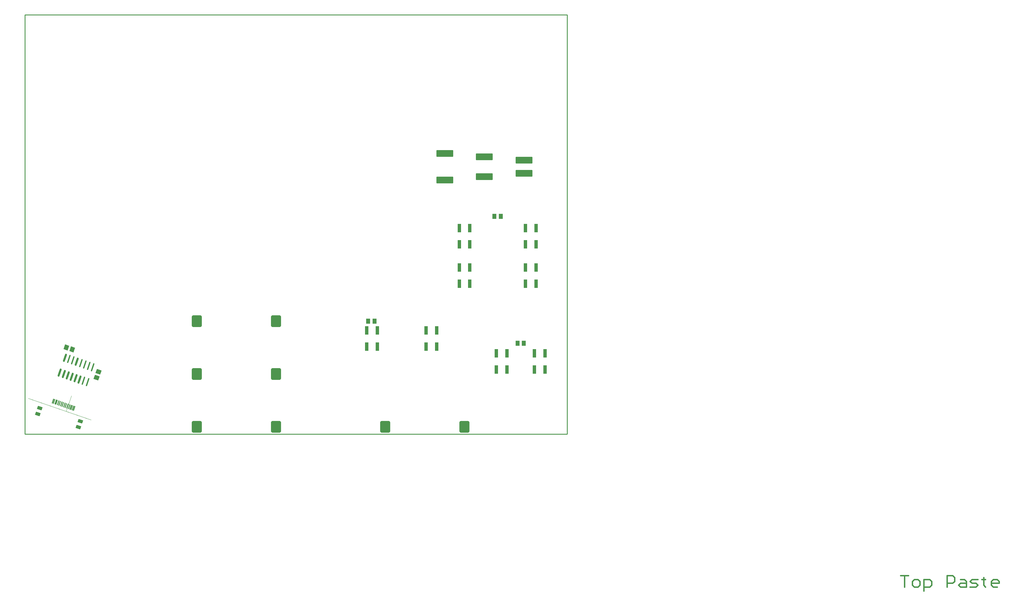
<source format=gtp>
G04*
G04 #@! TF.GenerationSoftware,Altium Limited,Altium Designer,20.0.13 (296)*
G04*
G04 Layer_Color=8421504*
%FSLAX25Y25*%
%MOIN*%
G70*
G01*
G75*
%ADD10C,0.01575*%
%ADD11C,0.00394*%
%ADD12C,0.00984*%
G04:AMPARAMS|DCode=13|XSize=39.37mil|YSize=57.09mil|CornerRadius=0mil|HoleSize=0mil|Usage=FLASHONLY|Rotation=251.000|XOffset=0mil|YOffset=0mil|HoleType=Round|Shape=Rectangle|*
%AMROTATEDRECTD13*
4,1,4,-0.02058,0.02791,0.03340,0.00932,0.02058,-0.02791,-0.03340,-0.00932,-0.02058,0.02791,0.0*
%
%ADD13ROTATEDRECTD13*%

G04:AMPARAMS|DCode=14|XSize=11.81mil|YSize=57.09mil|CornerRadius=0mil|HoleSize=0mil|Usage=FLASHONLY|Rotation=341.000|XOffset=0mil|YOffset=0mil|HoleType=Round|Shape=Rectangle|*
%AMROTATEDRECTD14*
4,1,4,-0.01488,-0.02507,0.00371,0.02891,0.01488,0.02507,-0.00371,-0.02891,-0.01488,-0.02507,0.0*
%
%ADD14ROTATEDRECTD14*%

G04:AMPARAMS|DCode=15|XSize=59.06mil|YSize=51.18mil|CornerRadius=0mil|HoleSize=0mil|Usage=FLASHONLY|Rotation=341.000|XOffset=0mil|YOffset=0mil|HoleType=Round|Shape=Rectangle|*
%AMROTATEDRECTD15*
4,1,4,-0.03625,-0.01458,-0.01959,0.03381,0.03625,0.01458,0.01959,-0.03381,-0.03625,-0.01458,0.0*
%
%ADD15ROTATEDRECTD15*%

G04:AMPARAMS|DCode=16|XSize=59.06mil|YSize=51.18mil|CornerRadius=0mil|HoleSize=0mil|Usage=FLASHONLY|Rotation=71.000|XOffset=0mil|YOffset=0mil|HoleType=Round|Shape=Rectangle|*
%AMROTATEDRECTD16*
4,1,4,0.01458,-0.03625,-0.03381,-0.01959,-0.01458,0.03625,0.03381,0.01959,0.01458,-0.03625,0.0*
%
%ADD16ROTATEDRECTD16*%

G04:AMPARAMS|DCode=17|XSize=15.75mil|YSize=102.36mil|CornerRadius=0mil|HoleSize=0mil|Usage=FLASHONLY|Rotation=161.000|XOffset=0mil|YOffset=0mil|HoleType=Round|Shape=Round|*
%AMOVALD17*
21,1,0.08661,0.01575,0.00000,0.00000,251.0*
1,1,0.01575,0.01410,0.04095*
1,1,0.01575,-0.01410,-0.04095*
%
%ADD17OVALD17*%

G04:AMPARAMS|DCode=18|XSize=23.62mil|YSize=102.36mil|CornerRadius=0mil|HoleSize=0mil|Usage=FLASHONLY|Rotation=161.000|XOffset=0mil|YOffset=0mil|HoleType=Round|Shape=Round|*
%AMOVALD18*
21,1,0.07874,0.02362,0.00000,0.00000,251.0*
1,1,0.02362,0.01282,0.03723*
1,1,0.02362,-0.01282,-0.03723*
%
%ADD18OVALD18*%

%ADD19R,0.03937X0.09843*%
G04:AMPARAMS|DCode=20|XSize=196.85mil|YSize=78.74mil|CornerRadius=3.94mil|HoleSize=0mil|Usage=FLASHONLY|Rotation=0.000|XOffset=0mil|YOffset=0mil|HoleType=Round|Shape=RoundedRectangle|*
%AMROUNDEDRECTD20*
21,1,0.19685,0.07087,0,0,0.0*
21,1,0.18898,0.07874,0,0,0.0*
1,1,0.00787,0.09449,-0.03543*
1,1,0.00787,-0.09449,-0.03543*
1,1,0.00787,-0.09449,0.03543*
1,1,0.00787,0.09449,0.03543*
%
%ADD20ROUNDEDRECTD20*%
%ADD21R,0.05118X0.05906*%
G04:AMPARAMS|DCode=22|XSize=137.8mil|YSize=118.11mil|CornerRadius=14.76mil|HoleSize=0mil|Usage=FLASHONLY|Rotation=90.000|XOffset=0mil|YOffset=0mil|HoleType=Round|Shape=RoundedRectangle|*
%AMROUNDEDRECTD22*
21,1,0.13780,0.08858,0,0,90.0*
21,1,0.10827,0.11811,0,0,90.0*
1,1,0.02953,0.04429,0.05413*
1,1,0.02953,0.04429,-0.05413*
1,1,0.02953,-0.04429,-0.05413*
1,1,0.02953,-0.04429,0.05413*
%
%ADD22ROUNDEDRECTD22*%
D10*
X1042921Y-168552D02*
X1052104D01*
X1047513D01*
Y-182327D01*
X1058992D02*
X1063584D01*
X1065879Y-180031D01*
Y-175439D01*
X1063584Y-173144D01*
X1058992D01*
X1056696Y-175439D01*
Y-180031D01*
X1058992Y-182327D01*
X1070471Y-186919D02*
Y-173144D01*
X1077359D01*
X1079655Y-175439D01*
Y-180031D01*
X1077359Y-182327D01*
X1070471D01*
X1098021D02*
Y-168552D01*
X1104909D01*
X1107205Y-170848D01*
Y-175439D01*
X1104909Y-177735D01*
X1098021D01*
X1114092Y-173144D02*
X1118684D01*
X1120980Y-175439D01*
Y-182327D01*
X1114092D01*
X1111796Y-180031D01*
X1114092Y-177735D01*
X1120980D01*
X1125571Y-182327D02*
X1132459D01*
X1134755Y-180031D01*
X1132459Y-177735D01*
X1127867D01*
X1125571Y-175439D01*
X1127867Y-173144D01*
X1134755D01*
X1141642Y-170848D02*
Y-173144D01*
X1139347D01*
X1143938D01*
X1141642D01*
Y-180031D01*
X1143938Y-182327D01*
X1157713D02*
X1153122D01*
X1150826Y-180031D01*
Y-175439D01*
X1153122Y-173144D01*
X1157713D01*
X1160009Y-175439D01*
Y-177735D01*
X1150826D01*
D11*
X4210Y42674D02*
X78660Y17039D01*
X49018Y27245D02*
X55427Y45858D01*
D12*
X0Y0D02*
X645669D01*
Y500000D01*
X0D02*
X645669D01*
X0Y0D02*
Y500000D01*
D13*
X63743Y8275D02*
D03*
X66178Y15347D02*
D03*
X15515Y24023D02*
D03*
X17950Y31095D02*
D03*
D14*
X36686Y38342D02*
D03*
X37803Y37958D02*
D03*
X39664Y37317D02*
D03*
X41526Y36676D02*
D03*
X43387Y36035D02*
D03*
X45248Y35394D02*
D03*
X47109Y34753D02*
D03*
X48971Y34112D02*
D03*
X50832Y33471D02*
D03*
X52693Y32831D02*
D03*
X54554Y32190D02*
D03*
X55671Y31805D02*
D03*
X58742Y30748D02*
D03*
X57625Y31132D02*
D03*
X34732Y39015D02*
D03*
X33615Y39400D02*
D03*
D15*
X87832Y74402D02*
D03*
X85396Y67330D02*
D03*
D16*
X49523Y103455D02*
D03*
X56595Y101020D02*
D03*
D17*
X52478Y89595D02*
D03*
X57206Y87967D02*
D03*
X66661Y84711D02*
D03*
X71389Y83083D02*
D03*
X80844Y79827D02*
D03*
X76116Y81455D02*
D03*
X74691Y61959D02*
D03*
X69964Y63587D02*
D03*
D18*
X47751Y91222D02*
D03*
X61933Y86339D02*
D03*
X60509Y66843D02*
D03*
X65236Y65215D02*
D03*
X55781Y68471D02*
D03*
X51053Y70099D02*
D03*
X46326Y71727D02*
D03*
X41598Y73354D02*
D03*
D19*
X529921Y245866D02*
D03*
X517323D02*
D03*
Y226575D02*
D03*
X529921D02*
D03*
X574213Y76968D02*
D03*
X561614D02*
D03*
Y96260D02*
D03*
X574213D02*
D03*
X619488Y76968D02*
D03*
X606890D02*
D03*
Y96260D02*
D03*
X619488D02*
D03*
X419685Y104528D02*
D03*
X407087D02*
D03*
Y123819D02*
D03*
X419685D02*
D03*
X490551Y104528D02*
D03*
X477953D02*
D03*
Y123819D02*
D03*
X490551D02*
D03*
X529921Y179331D02*
D03*
X517323D02*
D03*
Y198622D02*
D03*
X529921D02*
D03*
X608661Y179331D02*
D03*
X596063D02*
D03*
Y198622D02*
D03*
X608661D02*
D03*
Y226575D02*
D03*
X596063D02*
D03*
Y245866D02*
D03*
X608661D02*
D03*
D20*
X500000Y334646D02*
D03*
Y303150D02*
D03*
X547244Y330709D02*
D03*
Y307087D02*
D03*
X594488Y326772D02*
D03*
Y311024D02*
D03*
D21*
X566732Y259842D02*
D03*
X559252D02*
D03*
X416339Y134646D02*
D03*
X408858D02*
D03*
X594291Y108268D02*
D03*
X586811D02*
D03*
D22*
X204724Y134646D02*
D03*
X299213D02*
D03*
Y71654D02*
D03*
X204724D02*
D03*
X299213Y8661D02*
D03*
X204724D02*
D03*
X523622Y8661D02*
D03*
X429134D02*
D03*
M02*

</source>
